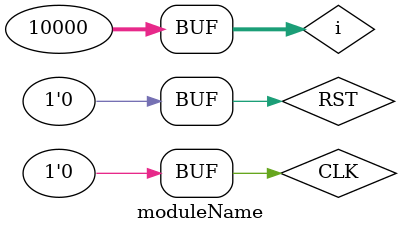
<source format=v>
module moduleName ();

reg CLK;
wire [31:0] OUT;
reg RST;
integer i;
SingleCpu SingleCpu1 (.CLK(CLK), .RST(RST), .OUT(OUT));

initial begin
    RST = 1;
    CLK = 0;
    #50;
    CLK = 1;
    #50
    RST = 0;
    CLK = 0;
    #50
    for(i=0; i<10000; i=i+1) begin
        CLK = 1;
        #50
        CLK = 0;
        #50;
    end


end


// always begin
//     #6 CLK=0;
//     #4 CLK=1;
// end

    
endmodule
</source>
